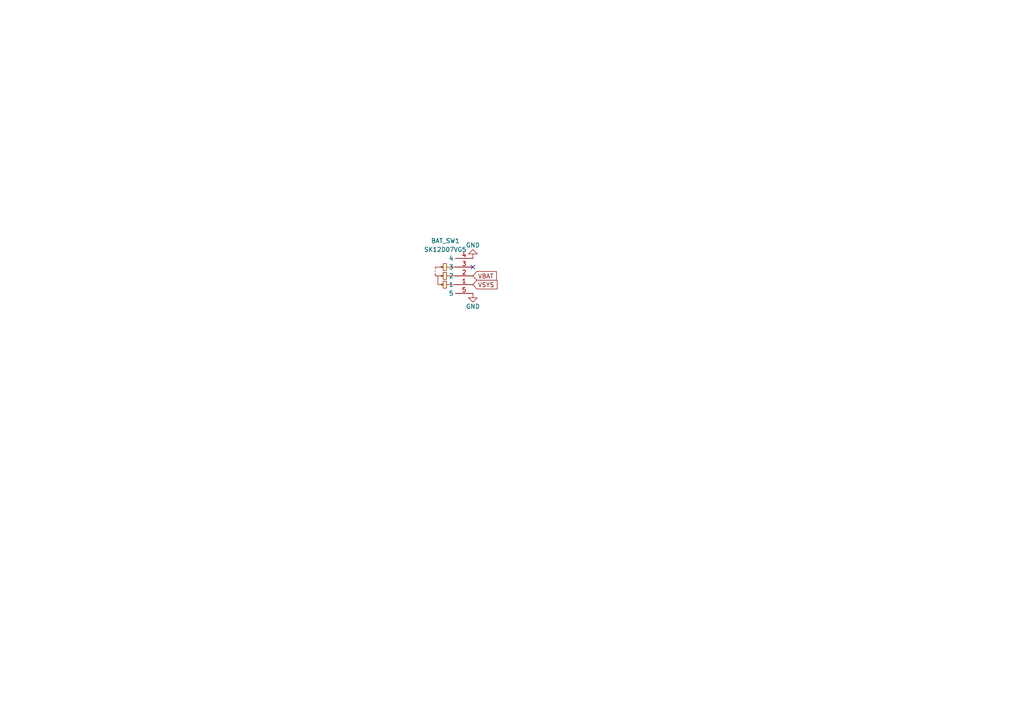
<source format=kicad_sch>
(kicad_sch (version 20250114) (generator "eeschema") (generator_version "9.0")
  (paper "A4")
  (lib_symbols
    (symbol "ErgoCai:SK12D07VG5"
      (property "Reference" "SW" (at 0 0 0))
      (property "Value" "SK12D07VG5" (at 0 -10.16 0))
      (symbol "SK12D07VG5_0_1"
        (rectangle (start -3.56 3.56) (end -1.52 2.54) (fill (type background)))
        (polyline (pts (xy -2.54 5.08) (xy 0 5.08)))
        (polyline (pts (xy -2.54 4.06) (xy -2.54 5.08)))
        (polyline (pts (xy -2.54 0) (xy -2.54 2.54)))
        (polyline (pts (xy -2.29 4.06) (xy -2.79 4.06) (xy -2.54 3.56) (xy -2.29 4.06)) (fill (type background)))
        (rectangle (start -1.02 3.56) (end 1.02 2.54) (fill (type background)))
        (polyline (pts (xy 0 4.06) (xy 0 5.84) (xy 0.76 5.84)))
        (polyline (pts (xy 0 0) (xy 0 2.54)))
        (polyline (pts (xy 0.25 4.06) (xy -0.25 4.06) (xy 0 3.56) (xy 0.25 4.06)) (fill (type background)))
        (polyline (pts (xy 1.27 5.84) (xy 1.52 5.84)))
        (rectangle (start 1.52 3.56) (end 3.56 2.54) (fill (type background)))
        (polyline (pts (xy 2.03 5.84) (xy 2.54 5.84) (xy 2.54 4.06)))
        (polyline (pts (xy 2.54 0) (xy 2.54 2.54)))
        (polyline (pts (xy 2.79 4.06) (xy 2.29 4.06) (xy 2.54 3.56) (xy 2.79 4.06)) (fill (type background)))
        (pin unspecified line (at -5.08 -5.08 90) (length 5.08) (name "5") (number "5"))
        (pin unspecified line (at -2.54 -5.08 90) (length 5.08) (name "1") (number "1"))
        (pin unspecified line (at 0 -5.08 90) (length 5.08) (name "2") (number "2"))
        (pin unspecified line (at 2.54 -5.08 90) (length 5.08) (name "3") (number "3"))
        (pin unspecified line (at 5.08 -5.08 90) (length 5.08) (name "4") (number "4"))
      )
    )
    (symbol "power:GND" (power) (pin_numbers (hide yes)) (pin_names (offset 0) (hide yes))
      (property "Value" "GND" (at 0 -3.81 0))
      (symbol "GND_0_1"
        (polyline (pts (xy 0 0) (xy 0 -1.27) (xy 1.27 -1.27) (xy 0 -2.54) (xy -1.27 -1.27) (xy 0 -1.27)))
      )
      (symbol "GND_1_1"
        (pin power_in line (at 0 0 270) (length 0) (name "~") (number "1"))
      )
    )
  )
  (no_connect (at 137.16 77.47))
  (global_label "VBAT" (shape input) (at 137.16 80.01 0) (property "Intersheetrefs" "${INTERSHEET_REFS}" (effects (hide yes))))
  (global_label "VSYS" (shape input) (at 137.16 82.55 0) (property "Intersheetrefs" "${INTERSHEET_REFS}" (effects (hide yes))))
  (symbol (lib_id "power:GND") (at 137.16 74.93 180) (unit 1)
    (property "Reference" "#PWR02" (effects (hide yes)))
    (property "Value" "GND" (at 137.16 71.12 0))
    (property "Description" "Power symbol creates a global label with name \"GND\" , ground" (effects (hide yes)))
  )
  (symbol (lib_id "power:GND") (at 137.16 85.09 0) (unit 1)
    (property "Reference" "#PWR01" (effects (hide yes)))
    (property "Value" "GND" (at 137.16 88.9 0))
    (property "Description" "Power symbol creates a global label with name \"GND\" , ground" (effects (hide yes)))
  )
  (symbol (lib_id "ErgoCai:SK12D07VG5") (at 132.08 80.01 90) (unit 1)
    (property "Reference" "BAT_SW1" (at 129.16 69.85 90))
    (property "Value" "SK12D07VG5" (at 129.16 72.39 90))
    (property "Footprint" "ErgoCai.pretty:SW-TH_SK12D07VG5-1" (effects (hide yes)))
    (property "Datasheet" "https://lcsc.com/product-detail/Toggle-Switches_SHOU-HAN-SK12D07VG5_C431548.html" (effects (hide yes)))
    (property "LCSC Part" "C431548" (effects (hide yes)))
  )
)
</source>
